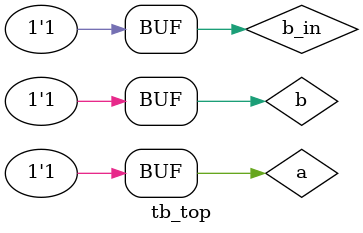
<source format=v>
module full_sub(input a,b, b_in, output diff,b_out);
  assign diff = a^b^b_in;
  assign b_out = (~a&b)|(~(a^b)&b_in);
endmodule

//Testbench code
module tb_top;
  reg a,b,b_in;
  wire diff,b_out;
  
  full_sub fs(a,b,b_in,diff,b_out);
  
  initial begin
    
    $monitor("At Time %0t: a = %b b = %b b_in = %b, diff = %b b_out = %b",$time, a,b,b_in,diff,b_out);
    
    
    a = 0; b = 0; b_in = 0;
    #10;
    a = 0; b = 0; b_in = 1;
    #10;
    a = 0; b = 1; b_in = 0;
    #10;
    a = 0; b = 1; b_in = 1;
    #10;
    a = 1; b = 0; b_in = 0;
    #10;
    a = 1; b = 0; b_in = 1;
    #10;
    a = 1; b = 1; b_in = 0;
    #10
    a = 1; b = 1; b_in = 1;
   
    
   
  end
endmodule

</source>
